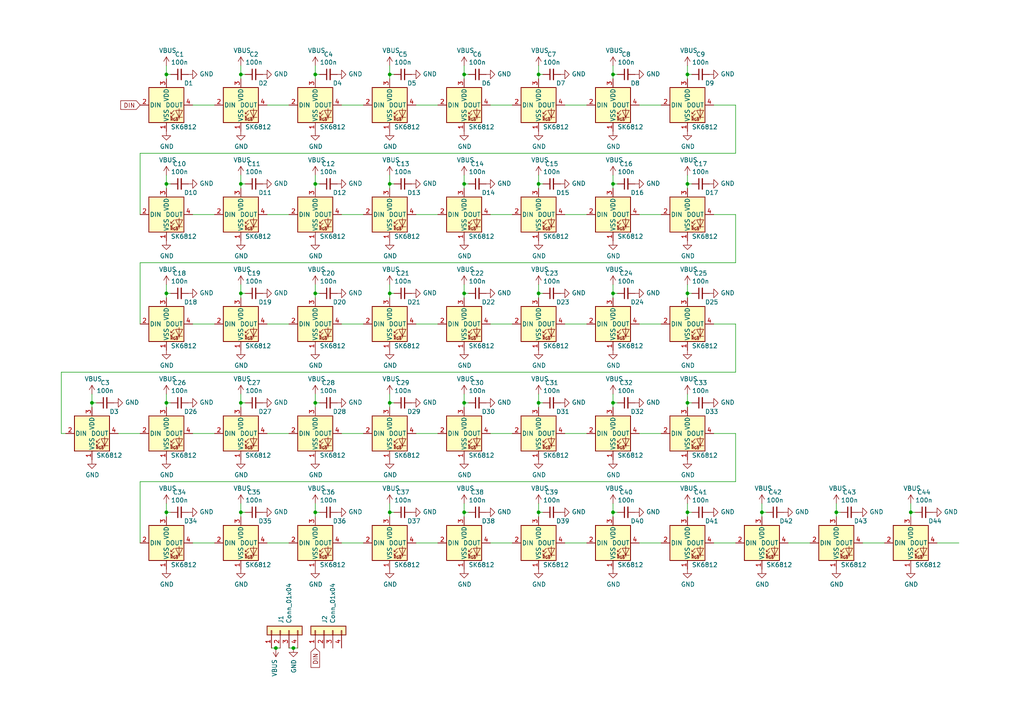
<source format=kicad_sch>
(kicad_sch (version 20211123) (generator eeschema)
  (paper "A4")
  (title_block (title "LÄMP LED Board") (date "2023-03-02") (rev "v1.0") (company "Jana Marie Hemsing"))
  (junction (at 177.8 53.34))
  (junction (at 199.39 53.34))
  (junction (at 91.44 53.34))
  (junction (at 113.03 148.59))
  (junction (at 134.62 21.59))
  (junction (at 69.85 148.59))
  (junction (at 177.8 85.09))
  (junction (at 48.26 116.84))
  (junction (at 134.62 85.09))
  (junction (at 177.8 148.59))
  (junction (at 156.21 53.34))
  (junction (at 91.44 85.09))
  (junction (at 113.03 21.59))
  (junction (at 134.62 148.59))
  (junction (at 91.44 21.59))
  (junction (at 69.85 21.59))
  (junction (at 48.26 53.34))
  (junction (at 69.85 53.34))
  (junction (at 199.39 85.09))
  (junction (at 113.03 53.34))
  (junction (at 48.26 21.59))
  (junction (at 69.85 116.84))
  (junction (at 199.39 116.84))
  (junction (at 177.8 116.84))
  (junction (at 91.44 148.59))
  (junction (at 199.39 148.59))
  (junction (at 156.21 21.59))
  (junction (at 156.21 116.84))
  (junction (at 113.03 85.09))
  (junction (at 242.57 148.59))
  (junction (at 26.67 116.84))
  (junction (at 177.8 21.59))
  (junction (at 48.26 148.59))
  (junction (at 156.21 148.59))
  (junction (at 199.39 21.59))
  (junction (at 80.01 187.96))
  (junction (at 113.03 116.84))
  (junction (at 48.26 85.09))
  (junction (at 220.98 148.59))
  (junction (at 156.21 85.09))
  (junction (at 134.62 116.84))
  (junction (at 134.62 53.34))
  (junction (at 91.44 116.84))
  (junction (at 85.09 187.96))
  (junction (at 69.85 85.09))
  (junction (at 264.16 148.59))
  (wire (pts (xy 48.26 19.05) (xy 48.26 21.59)))
  (wire (pts (xy 48.26 146.05) (xy 48.26 148.59)))
  (wire (pts (xy 55.88 93.98) (xy 62.23 93.98)))
  (wire (pts (xy 243.84 148.59) (xy 242.57 148.59)))
  (wire (pts (xy 163.83 62.23) (xy 170.18 62.23)))
  (wire (pts (xy 48.26 53.34) (xy 48.26 54.61)))
  (wire (pts (xy 220.98 146.05) (xy 220.98 148.59)))
  (wire (pts (xy 185.42 157.48) (xy 191.77 157.48)))
  (wire (pts (xy 135.89 53.34) (xy 134.62 53.34)))
  (wire (pts (xy 49.53 148.59) (xy 48.26 148.59)))
  (wire (pts (xy 91.44 53.34) (xy 91.44 54.61)))
  (wire (pts (xy 134.62 21.59) (xy 134.62 22.86)))
  (wire (pts (xy 207.01 157.48) (xy 213.36 157.48)))
  (wire (pts (xy 120.65 93.98) (xy 127 93.98)))
  (wire (pts (xy 71.12 21.59) (xy 69.85 21.59)))
  (wire (pts (xy 213.36 44.45) (xy 40.64 44.45)))
  (wire (pts (xy 55.88 157.48) (xy 62.23 157.48)))
  (wire (pts (xy 135.89 85.09) (xy 134.62 85.09)))
  (wire (pts (xy 69.85 53.34) (xy 69.85 54.61)))
  (wire (pts (xy 199.39 53.34) (xy 199.39 54.61)))
  (wire (pts (xy 200.66 148.59) (xy 199.39 148.59)))
  (wire (pts (xy 113.03 19.05) (xy 113.03 21.59)))
  (wire (pts (xy 200.66 21.59) (xy 199.39 21.59)))
  (wire (pts (xy 40.64 139.7) (xy 40.64 157.48)))
  (wire (pts (xy 91.44 82.55) (xy 91.44 85.09)))
  (wire (pts (xy 177.8 19.05) (xy 177.8 21.59)))
  (wire (pts (xy 69.85 116.84) (xy 69.85 118.11)))
  (wire (pts (xy 179.07 148.59) (xy 177.8 148.59)))
  (wire (pts (xy 34.29 125.73) (xy 40.64 125.73)))
  (wire (pts (xy 77.47 62.23) (xy 83.82 62.23)))
  (wire (pts (xy 134.62 53.34) (xy 134.62 54.61)))
  (wire (pts (xy 80.01 187.96) (xy 81.28 187.96)))
  (wire (pts (xy 200.66 116.84) (xy 199.39 116.84)))
  (wire (pts (xy 142.24 30.48) (xy 148.59 30.48)))
  (wire (pts (xy 179.07 85.09) (xy 177.8 85.09)))
  (wire (pts (xy 185.42 93.98) (xy 191.77 93.98)))
  (wire (pts (xy 179.07 21.59) (xy 177.8 21.59)))
  (wire (pts (xy 220.98 148.59) (xy 220.98 149.86)))
  (wire (pts (xy 157.48 85.09) (xy 156.21 85.09)))
  (wire (pts (xy 222.25 148.59) (xy 220.98 148.59)))
  (wire (pts (xy 157.48 116.84) (xy 156.21 116.84)))
  (wire (pts (xy 185.42 125.73) (xy 191.77 125.73)))
  (wire (pts (xy 77.47 125.73) (xy 83.82 125.73)))
  (wire (pts (xy 49.53 21.59) (xy 48.26 21.59)))
  (wire (pts (xy 213.36 44.45) (xy 213.36 30.48)))
  (wire (pts (xy 179.07 53.34) (xy 177.8 53.34)))
  (wire (pts (xy 48.26 21.59) (xy 48.26 22.86)))
  (wire (pts (xy 113.03 148.59) (xy 113.03 149.86)))
  (wire (pts (xy 157.48 21.59) (xy 156.21 21.59)))
  (wire (pts (xy 134.62 146.05) (xy 134.62 148.59)))
  (wire (pts (xy 99.06 125.73) (xy 105.41 125.73)))
  (wire (pts (xy 40.64 76.2) (xy 40.64 93.98)))
  (wire (pts (xy 17.78 107.95) (xy 213.36 107.95)))
  (wire (pts (xy 213.36 125.73) (xy 213.36 139.7)))
  (wire (pts (xy 185.42 30.48) (xy 191.77 30.48)))
  (wire (pts (xy 99.06 62.23) (xy 105.41 62.23)))
  (wire (pts (xy 48.26 116.84) (xy 48.26 118.11)))
  (wire (pts (xy 134.62 116.84) (xy 134.62 118.11)))
  (wire (pts (xy 91.44 146.05) (xy 91.44 148.59)))
  (wire (pts (xy 83.82 187.96) (xy 85.09 187.96)))
  (wire (pts (xy 71.12 116.84) (xy 69.85 116.84)))
  (wire (pts (xy 49.53 85.09) (xy 48.26 85.09)))
  (wire (pts (xy 85.09 187.96) (xy 86.36 187.96)))
  (wire (pts (xy 69.85 82.55) (xy 69.85 85.09)))
  (wire (pts (xy 114.3 21.59) (xy 113.03 21.59)))
  (wire (pts (xy 49.53 53.34) (xy 48.26 53.34)))
  (wire (pts (xy 77.47 157.48) (xy 83.82 157.48)))
  (wire (pts (xy 55.88 30.48) (xy 62.23 30.48)))
  (wire (pts (xy 199.39 146.05) (xy 199.39 148.59)))
  (wire (pts (xy 26.67 114.3) (xy 26.67 116.84)))
  (wire (pts (xy 142.24 62.23) (xy 148.59 62.23)))
  (wire (pts (xy 55.88 125.73) (xy 62.23 125.73)))
  (wire (pts (xy 69.85 114.3) (xy 69.85 116.84)))
  (wire (pts (xy 265.43 148.59) (xy 264.16 148.59)))
  (wire (pts (xy 177.8 146.05) (xy 177.8 148.59)))
  (wire (pts (xy 156.21 82.55) (xy 156.21 85.09)))
  (wire (pts (xy 134.62 82.55) (xy 134.62 85.09)))
  (wire (pts (xy 177.8 50.8) (xy 177.8 53.34)))
  (wire (pts (xy 27.94 116.84) (xy 26.67 116.84)))
  (wire (pts (xy 91.44 114.3) (xy 91.44 116.84)))
  (wire (pts (xy 157.48 148.59) (xy 156.21 148.59)))
  (wire (pts (xy 156.21 19.05) (xy 156.21 21.59)))
  (wire (pts (xy 264.16 146.05) (xy 264.16 148.59)))
  (wire (pts (xy 213.36 62.23) (xy 213.36 76.2)))
  (wire (pts (xy 156.21 53.34) (xy 156.21 54.61)))
  (wire (pts (xy 200.66 85.09) (xy 199.39 85.09)))
  (wire (pts (xy 91.44 50.8) (xy 91.44 53.34)))
  (wire (pts (xy 114.3 53.34) (xy 113.03 53.34)))
  (wire (pts (xy 199.39 50.8) (xy 199.39 53.34)))
  (wire (pts (xy 71.12 148.59) (xy 69.85 148.59)))
  (wire (pts (xy 185.42 62.23) (xy 191.77 62.23)))
  (wire (pts (xy 157.48 53.34) (xy 156.21 53.34)))
  (wire (pts (xy 69.85 50.8) (xy 69.85 53.34)))
  (wire (pts (xy 135.89 21.59) (xy 134.62 21.59)))
  (wire (pts (xy 71.12 85.09) (xy 69.85 85.09)))
  (wire (pts (xy 156.21 114.3) (xy 156.21 116.84)))
  (wire (pts (xy 120.65 157.48) (xy 127 157.48)))
  (wire (pts (xy 114.3 148.59) (xy 113.03 148.59)))
  (wire (pts (xy 92.71 85.09) (xy 91.44 85.09)))
  (wire (pts (xy 99.06 157.48) (xy 105.41 157.48)))
  (wire (pts (xy 113.03 114.3) (xy 113.03 116.84)))
  (wire (pts (xy 17.78 125.73) (xy 19.05 125.73)))
  (wire (pts (xy 113.03 50.8) (xy 113.03 53.34)))
  (wire (pts (xy 48.26 114.3) (xy 48.26 116.84)))
  (wire (pts (xy 250.19 157.48) (xy 256.54 157.48)))
  (wire (pts (xy 207.01 125.73) (xy 213.36 125.73)))
  (wire (pts (xy 48.26 82.55) (xy 48.26 85.09)))
  (wire (pts (xy 69.85 21.59) (xy 69.85 22.86)))
  (wire (pts (xy 177.8 21.59) (xy 177.8 22.86)))
  (wire (pts (xy 91.44 85.09) (xy 91.44 86.36)))
  (wire (pts (xy 114.3 85.09) (xy 113.03 85.09)))
  (wire (pts (xy 49.53 116.84) (xy 48.26 116.84)))
  (wire (pts (xy 163.83 157.48) (xy 170.18 157.48)))
  (wire (pts (xy 120.65 62.23) (xy 127 62.23)))
  (wire (pts (xy 177.8 53.34) (xy 177.8 54.61)))
  (wire (pts (xy 156.21 146.05) (xy 156.21 148.59)))
  (wire (pts (xy 156.21 148.59) (xy 156.21 149.86)))
  (wire (pts (xy 199.39 82.55) (xy 199.39 85.09)))
  (wire (pts (xy 113.03 82.55) (xy 113.03 85.09)))
  (wire (pts (xy 91.44 19.05) (xy 91.44 21.59)))
  (wire (pts (xy 199.39 114.3) (xy 199.39 116.84)))
  (wire (pts (xy 69.85 85.09) (xy 69.85 86.36)))
  (wire (pts (xy 199.39 85.09) (xy 199.39 86.36)))
  (wire (pts (xy 142.24 157.48) (xy 148.59 157.48)))
  (wire (pts (xy 242.57 148.59) (xy 242.57 149.86)))
  (wire (pts (xy 17.78 107.95) (xy 17.78 125.73)))
  (wire (pts (xy 113.03 116.84) (xy 113.03 118.11)))
  (wire (pts (xy 48.26 50.8) (xy 48.26 53.34)))
  (wire (pts (xy 92.71 21.59) (xy 91.44 21.59)))
  (wire (pts (xy 91.44 21.59) (xy 91.44 22.86)))
  (wire (pts (xy 213.36 93.98) (xy 213.36 107.95)))
  (wire (pts (xy 78.74 187.96) (xy 80.01 187.96)))
  (wire (pts (xy 199.39 116.84) (xy 199.39 118.11)))
  (wire (pts (xy 177.8 116.84) (xy 177.8 118.11)))
  (wire (pts (xy 48.26 148.59) (xy 48.26 149.86)))
  (wire (pts (xy 142.24 93.98) (xy 148.59 93.98)))
  (wire (pts (xy 48.26 85.09) (xy 48.26 86.36)))
  (wire (pts (xy 26.67 116.84) (xy 26.67 118.11)))
  (wire (pts (xy 271.78 157.48) (xy 278.13 157.48)))
  (wire (pts (xy 91.44 148.59) (xy 91.44 149.86)))
  (wire (pts (xy 134.62 50.8) (xy 134.62 53.34)))
  (wire (pts (xy 156.21 21.59) (xy 156.21 22.86)))
  (wire (pts (xy 156.21 116.84) (xy 156.21 118.11)))
  (wire (pts (xy 69.85 148.59) (xy 69.85 149.86)))
  (wire (pts (xy 207.01 62.23) (xy 213.36 62.23)))
  (wire (pts (xy 177.8 148.59) (xy 177.8 149.86)))
  (wire (pts (xy 135.89 148.59) (xy 134.62 148.59)))
  (wire (pts (xy 113.03 53.34) (xy 113.03 54.61)))
  (wire (pts (xy 69.85 19.05) (xy 69.85 21.59)))
  (wire (pts (xy 213.36 139.7) (xy 40.64 139.7)))
  (wire (pts (xy 91.44 116.84) (xy 91.44 118.11)))
  (wire (pts (xy 177.8 114.3) (xy 177.8 116.84)))
  (wire (pts (xy 179.07 116.84) (xy 177.8 116.84)))
  (wire (pts (xy 163.83 93.98) (xy 170.18 93.98)))
  (wire (pts (xy 156.21 50.8) (xy 156.21 53.34)))
  (wire (pts (xy 163.83 30.48) (xy 170.18 30.48)))
  (wire (pts (xy 142.24 125.73) (xy 148.59 125.73)))
  (wire (pts (xy 99.06 93.98) (xy 105.41 93.98)))
  (wire (pts (xy 213.36 76.2) (xy 40.64 76.2)))
  (wire (pts (xy 120.65 125.73) (xy 127 125.73)))
  (wire (pts (xy 199.39 19.05) (xy 199.39 21.59)))
  (wire (pts (xy 199.39 21.59) (xy 199.39 22.86)))
  (wire (pts (xy 134.62 148.59) (xy 134.62 149.86)))
  (wire (pts (xy 207.01 93.98) (xy 213.36 93.98)))
  (wire (pts (xy 77.47 30.48) (xy 83.82 30.48)))
  (wire (pts (xy 134.62 114.3) (xy 134.62 116.84)))
  (wire (pts (xy 92.71 116.84) (xy 91.44 116.84)))
  (wire (pts (xy 207.01 30.48) (xy 213.36 30.48)))
  (wire (pts (xy 69.85 146.05) (xy 69.85 148.59)))
  (wire (pts (xy 199.39 148.59) (xy 199.39 149.86)))
  (wire (pts (xy 77.47 93.98) (xy 83.82 93.98)))
  (wire (pts (xy 92.71 148.59) (xy 91.44 148.59)))
  (wire (pts (xy 200.66 53.34) (xy 199.39 53.34)))
  (wire (pts (xy 99.06 30.48) (xy 105.41 30.48)))
  (wire (pts (xy 135.89 116.84) (xy 134.62 116.84)))
  (wire (pts (xy 113.03 21.59) (xy 113.03 22.86)))
  (wire (pts (xy 120.65 30.48) (xy 127 30.48)))
  (wire (pts (xy 177.8 82.55) (xy 177.8 85.09)))
  (wire (pts (xy 71.12 53.34) (xy 69.85 53.34)))
  (wire (pts (xy 40.64 44.45) (xy 40.64 62.23)))
  (wire (pts (xy 55.88 62.23) (xy 62.23 62.23)))
  (wire (pts (xy 92.71 53.34) (xy 91.44 53.34)))
  (wire (pts (xy 163.83 125.73) (xy 170.18 125.73)))
  (wire (pts (xy 242.57 146.05) (xy 242.57 148.59)))
  (wire (pts (xy 264.16 148.59) (xy 264.16 149.86)))
  (wire (pts (xy 177.8 85.09) (xy 177.8 86.36)))
  (wire (pts (xy 134.62 85.09) (xy 134.62 86.36)))
  (wire (pts (xy 156.21 85.09) (xy 156.21 86.36)))
  (wire (pts (xy 113.03 85.09) (xy 113.03 86.36)))
  (wire (pts (xy 228.6 157.48) (xy 234.95 157.48)))
  (wire (pts (xy 114.3 116.84) (xy 113.03 116.84)))
  (wire (pts (xy 113.03 146.05) (xy 113.03 148.59)))
  (wire (pts (xy 134.62 19.05) (xy 134.62 21.59)))
  (global_label "DIN" (shape input) (at 40.64 30.48 180) (property "Intersheet References" "${INTERSHEET_REFS}" (effects hide)))
  (global_label "DIN" (shape input) (at 91.44 187.96 270) (property "Intersheet References" "${INTERSHEET_REFS}" (effects hide)))
  (symbol (lib_id "otter:GND") (at 85.09 187.96 0) (unit 1)
    (property "Reference" "#PWR069" (effects hide))
    (property "Value" "GND" (at 85.217 191.2112 90) (effects (justify right)))
  )
  (symbol (lib_id "power:VBUS") (at 80.01 187.96 180) (unit 1)
    (property "Reference" "#PWR068" (effects hide))
    (property "Value" "VBUS" (at 79.629 191.1858 90) (effects (justify left)))
  )
  (symbol (lib_id "LED:SK6812") (at 48.26 30.48 0) (unit 1)
    (property "Reference" "D1" (at 53.34 24.13 0) (effects (justify left)))
    (property "Value" "SK6812" (at 49.53 36.83 0) (effects (justify left)))
    (property "Footprint" "LED_SMD:LED_SK6812_PLCC4_5.0x5.0mm_P3.2mm" (effects hide))
    (property "Datasheet" "https://cdn-shop.adafruit.com/product-files/1138/SK6812+LED+datasheet+.pdf" (effects hide))
  )
  (symbol (lib_id "Device:C_Small") (at 52.07 21.59 90) (unit 1)
    (property "Reference" "C1" (at 52.07 15.7734 90))
    (property "Value" "100n" (at 52.07 18.0848 90))
    (property "Footprint" "otter:C_0402" (effects hide))
  )
  (symbol (lib_id "power:VBUS") (at 48.26 19.05 0) (unit 1)
    (property "Reference" "#PWR01" (effects hide))
    (property "Value" "VBUS" (at 48.641 14.6558 0))
  )
  (symbol (lib_id "otter:GND") (at 54.61 21.59 90) (unit 1)
    (property "Reference" "#PWR010" (effects hide))
    (property "Value" "GND" (at 57.8612 21.463 90) (effects (justify right)))
  )
  (symbol (lib_id "otter:GND") (at 48.26 38.1 0) (unit 1)
    (property "Reference" "#PWR019" (effects hide))
    (property "Value" "GND" (at 48.387 42.4942 0))
  )
  (symbol (lib_id "LED:SK6812") (at 69.85 30.48 0) (unit 1)
    (property "Reference" "D2" (at 74.93 24.13 0) (effects (justify left)))
    (property "Value" "SK6812" (at 71.12 36.83 0) (effects (justify left)))
    (property "Footprint" "LED_SMD:LED_SK6812_PLCC4_5.0x5.0mm_P3.2mm" (effects hide))
    (property "Datasheet" "https://cdn-shop.adafruit.com/product-files/1138/SK6812+LED+datasheet+.pdf" (effects hide))
  )
  (symbol (lib_id "Device:C_Small") (at 73.66 21.59 90) (unit 1)
    (property "Reference" "C2" (at 73.66 15.7734 90))
    (property "Value" "100n" (at 73.66 18.0848 90))
    (property "Footprint" "otter:C_0402" (effects hide))
  )
  (symbol (lib_id "power:VBUS") (at 69.85 19.05 0) (unit 1)
    (property "Reference" "#PWR02" (effects hide))
    (property "Value" "VBUS" (at 70.231 14.6558 0))
  )
  (symbol (lib_id "otter:GND") (at 76.2 21.59 90) (unit 1)
    (property "Reference" "#PWR011" (effects hide))
    (property "Value" "GND" (at 79.4512 21.463 90) (effects (justify right)))
  )
  (symbol (lib_id "otter:GND") (at 69.85 38.1 0) (unit 1)
    (property "Reference" "#PWR020" (effects hide))
    (property "Value" "GND" (at 69.977 42.4942 0))
  )
  (symbol (lib_id "LED:SK6812") (at 91.44 30.48 0) (unit 1)
    (property "Reference" "D4" (at 96.52 24.13 0) (effects (justify left)))
    (property "Value" "SK6812" (at 92.71 36.83 0) (effects (justify left)))
    (property "Footprint" "LED_SMD:LED_SK6812_PLCC4_5.0x5.0mm_P3.2mm" (effects hide))
    (property "Datasheet" "https://cdn-shop.adafruit.com/product-files/1138/SK6812+LED+datasheet+.pdf" (effects hide))
  )
  (symbol (lib_id "Device:C_Small") (at 95.25 21.59 90) (unit 1)
    (property "Reference" "C4" (at 95.25 15.7734 90))
    (property "Value" "100n" (at 95.25 18.0848 90))
    (property "Footprint" "otter:C_0402" (effects hide))
  )
  (symbol (lib_id "power:VBUS") (at 91.44 19.05 0) (unit 1)
    (property "Reference" "#PWR04" (effects hide))
    (property "Value" "VBUS" (at 91.821 14.6558 0))
  )
  (symbol (lib_id "otter:GND") (at 97.79 21.59 90) (unit 1)
    (property "Reference" "#PWR013" (effects hide))
    (property "Value" "GND" (at 101.0412 21.463 90) (effects (justify right)))
  )
  (symbol (lib_id "otter:GND") (at 91.44 38.1 0) (unit 1)
    (property "Reference" "#PWR022" (effects hide))
    (property "Value" "GND" (at 91.567 42.4942 0))
  )
  (symbol (lib_id "LED:SK6812") (at 113.03 30.48 0) (unit 1)
    (property "Reference" "D5" (at 118.11 24.13 0) (effects (justify left)))
    (property "Value" "SK6812" (at 114.3 36.83 0) (effects (justify left)))
    (property "Footprint" "LED_SMD:LED_SK6812_PLCC4_5.0x5.0mm_P3.2mm" (effects hide))
    (property "Datasheet" "https://cdn-shop.adafruit.com/product-files/1138/SK6812+LED+datasheet+.pdf" (effects hide))
  )
  (symbol (lib_id "Device:C_Small") (at 116.84 21.59 90) (unit 1)
    (property "Reference" "C5" (at 116.84 15.7734 90))
    (property "Value" "100n" (at 116.84 18.0848 90))
    (property "Footprint" "otter:C_0402" (effects hide))
  )
  (symbol (lib_id "power:VBUS") (at 113.03 19.05 0) (unit 1)
    (property "Reference" "#PWR05" (effects hide))
    (property "Value" "VBUS" (at 113.411 14.6558 0))
  )
  (symbol (lib_id "otter:GND") (at 119.38 21.59 90) (unit 1)
    (property "Reference" "#PWR014" (effects hide))
    (property "Value" "GND" (at 122.6312 21.463 90) (effects (justify right)))
  )
  (symbol (lib_id "otter:GND") (at 113.03 38.1 0) (unit 1)
    (property "Reference" "#PWR023" (effects hide))
    (property "Value" "GND" (at 113.157 42.4942 0))
  )
  (symbol (lib_id "LED:SK6812") (at 134.62 30.48 0) (unit 1)
    (property "Reference" "D6" (at 139.7 24.13 0) (effects (justify left)))
    (property "Value" "SK6812" (at 135.89 36.83 0) (effects (justify left)))
    (property "Footprint" "LED_SMD:LED_SK6812_PLCC4_5.0x5.0mm_P3.2mm" (effects hide))
    (property "Datasheet" "https://cdn-shop.adafruit.com/product-files/1138/SK6812+LED+datasheet+.pdf" (effects hide))
  )
  (symbol (lib_id "Device:C_Small") (at 138.43 21.59 90) (unit 1)
    (property "Reference" "C6" (at 138.43 15.7734 90))
    (property "Value" "100n" (at 138.43 18.0848 90))
    (property "Footprint" "otter:C_0402" (effects hide))
  )
  (symbol (lib_id "power:VBUS") (at 134.62 19.05 0) (unit 1)
    (property "Reference" "#PWR06" (effects hide))
    (property "Value" "VBUS" (at 135.001 14.6558 0))
  )
  (symbol (lib_id "otter:GND") (at 140.97 21.59 90) (unit 1)
    (property "Reference" "#PWR015" (effects hide))
    (property "Value" "GND" (at 144.2212 21.463 90) (effects (justify right)))
  )
  (symbol (lib_id "otter:GND") (at 134.62 38.1 0) (unit 1)
    (property "Reference" "#PWR024" (effects hide))
    (property "Value" "GND" (at 134.747 42.4942 0))
  )
  (symbol (lib_id "LED:SK6812") (at 156.21 30.48 0) (unit 1)
    (property "Reference" "D7" (at 161.29 24.13 0) (effects (justify left)))
    (property "Value" "SK6812" (at 157.48 36.83 0) (effects (justify left)))
    (property "Footprint" "LED_SMD:LED_SK6812_PLCC4_5.0x5.0mm_P3.2mm" (effects hide))
    (property "Datasheet" "https://cdn-shop.adafruit.com/product-files/1138/SK6812+LED+datasheet+.pdf" (effects hide))
  )
  (symbol (lib_id "Device:C_Small") (at 160.02 21.59 90) (unit 1)
    (property "Reference" "C7" (at 160.02 15.7734 90))
    (property "Value" "100n" (at 160.02 18.0848 90))
    (property "Footprint" "otter:C_0402" (effects hide))
  )
  (symbol (lib_id "power:VBUS") (at 156.21 19.05 0) (unit 1)
    (property "Reference" "#PWR07" (effects hide))
    (property "Value" "VBUS" (at 156.591 14.6558 0))
  )
  (symbol (lib_id "otter:GND") (at 162.56 21.59 90) (unit 1)
    (property "Reference" "#PWR016" (effects hide))
    (property "Value" "GND" (at 165.8112 21.463 90) (effects (justify right)))
  )
  (symbol (lib_id "otter:GND") (at 156.21 38.1 0) (unit 1)
    (property "Reference" "#PWR025" (effects hide))
    (property "Value" "GND" (at 156.337 42.4942 0))
  )
  (symbol (lib_id "LED:SK6812") (at 177.8 30.48 0) (unit 1)
    (property "Reference" "D8" (at 182.88 24.13 0) (effects (justify left)))
    (property "Value" "SK6812" (at 179.07 36.83 0) (effects (justify left)))
    (property "Footprint" "LED_SMD:LED_SK6812_PLCC4_5.0x5.0mm_P3.2mm" (effects hide))
    (property "Datasheet" "https://cdn-shop.adafruit.com/product-files/1138/SK6812+LED+datasheet+.pdf" (effects hide))
  )
  (symbol (lib_id "Device:C_Small") (at 181.61 21.59 90) (unit 1)
    (property "Reference" "C8" (at 181.61 15.7734 90))
    (property "Value" "100n" (at 181.61 18.0848 90))
    (property "Footprint" "otter:C_0402" (effects hide))
  )
  (symbol (lib_id "power:VBUS") (at 177.8 19.05 0) (unit 1)
    (property "Reference" "#PWR08" (effects hide))
    (property "Value" "VBUS" (at 178.181 14.6558 0))
  )
  (symbol (lib_id "otter:GND") (at 184.15 21.59 90) (unit 1)
    (property "Reference" "#PWR017" (effects hide))
    (property "Value" "GND" (at 187.4012 21.463 90) (effects (justify right)))
  )
  (symbol (lib_id "otter:GND") (at 177.8 38.1 0) (unit 1)
    (property "Reference" "#PWR026" (effects hide))
    (property "Value" "GND" (at 177.927 42.4942 0))
  )
  (symbol (lib_id "LED:SK6812") (at 199.39 30.48 0) (unit 1)
    (property "Reference" "D9" (at 204.47 24.13 0) (effects (justify left)))
    (property "Value" "SK6812" (at 200.66 36.83 0) (effects (justify left)))
    (property "Footprint" "LED_SMD:LED_SK6812_PLCC4_5.0x5.0mm_P3.2mm" (effects hide))
    (property "Datasheet" "https://cdn-shop.adafruit.com/product-files/1138/SK6812+LED+datasheet+.pdf" (effects hide))
  )
  (symbol (lib_id "Device:C_Small") (at 203.2 21.59 90) (unit 1)
    (property "Reference" "C9" (at 203.2 15.7734 90))
    (property "Value" "100n" (at 203.2 18.0848 90))
    (property "Footprint" "otter:C_0402" (effects hide))
  )
  (symbol (lib_id "power:VBUS") (at 199.39 19.05 0) (unit 1)
    (property "Reference" "#PWR09" (effects hide))
    (property "Value" "VBUS" (at 199.771 14.6558 0))
  )
  (symbol (lib_id "otter:GND") (at 205.74 21.59 90) (unit 1)
    (property "Reference" "#PWR018" (effects hide))
    (property "Value" "GND" (at 208.9912 21.463 90) (effects (justify right)))
  )
  (symbol (lib_id "otter:GND") (at 199.39 38.1 0) (unit 1)
    (property "Reference" "#PWR027" (effects hide))
    (property "Value" "GND" (at 199.517 42.4942 0))
  )
  (symbol (lib_id "LED:SK6812") (at 48.26 62.23 0) (unit 1)
    (property "Reference" "D10" (at 53.34 55.88 0) (effects (justify left)))
    (property "Value" "SK6812" (at 49.53 68.58 0) (effects (justify left)))
    (property "Footprint" "LED_SMD:LED_SK6812_PLCC4_5.0x5.0mm_P3.2mm" (effects hide))
    (property "Datasheet" "https://cdn-shop.adafruit.com/product-files/1138/SK6812+LED+datasheet+.pdf" (effects hide))
  )
  (symbol (lib_id "Device:C_Small") (at 52.07 53.34 90) (unit 1)
    (property "Reference" "C10" (at 52.07 47.5234 90))
    (property "Value" "100n" (at 52.07 49.8348 90))
    (property "Footprint" "otter:C_0402" (effects hide))
  )
  (symbol (lib_id "power:VBUS") (at 48.26 50.8 0) (unit 1)
    (property "Reference" "#PWR028" (effects hide))
    (property "Value" "VBUS" (at 48.641 46.4058 0))
  )
  (symbol (lib_id "otter:GND") (at 54.61 53.34 90) (unit 1)
    (property "Reference" "#PWR036" (effects hide))
    (property "Value" "GND" (at 57.8612 53.213 90) (effects (justify right)))
  )
  (symbol (lib_id "otter:GND") (at 48.26 69.85 0) (unit 1)
    (property "Reference" "#PWR044" (effects hide))
    (property "Value" "GND" (at 48.387 74.2442 0))
  )
  (symbol (lib_id "LED:SK6812") (at 69.85 62.23 0) (unit 1)
    (property "Reference" "D11" (at 74.93 55.88 0) (effects (justify left)))
    (property "Value" "SK6812" (at 71.12 68.58 0) (effects (justify left)))
    (property "Footprint" "LED_SMD:LED_SK6812_PLCC4_5.0x5.0mm_P3.2mm" (effects hide))
    (property "Datasheet" "https://cdn-shop.adafruit.com/product-files/1138/SK6812+LED+datasheet+.pdf" (effects hide))
  )
  (symbol (lib_id "Device:C_Small") (at 73.66 53.34 90) (unit 1)
    (property "Reference" "C11" (at 73.66 47.5234 90))
    (property "Value" "100n" (at 73.66 49.8348 90))
    (property "Footprint" "otter:C_0402" (effects hide))
  )
  (symbol (lib_id "power:VBUS") (at 69.85 50.8 0) (unit 1)
    (property "Reference" "#PWR029" (effects hide))
    (property "Value" "VBUS" (at 70.231 46.4058 0))
  )
  (symbol (lib_id "otter:GND") (at 76.2 53.34 90) (unit 1)
    (property "Reference" "#PWR037" (effects hide))
    (property "Value" "GND" (at 79.4512 53.213 90) (effects (justify right)))
  )
  (symbol (lib_id "otter:GND") (at 69.85 69.85 0) (unit 1)
    (property "Reference" "#PWR045" (effects hide))
    (property "Value" "GND" (at 69.977 74.2442 0))
  )
  (symbol (lib_id "LED:SK6812") (at 91.44 62.23 0) (unit 1)
    (property "Reference" "D12" (at 96.52 55.88 0) (effects (justify left)))
    (property "Value" "SK6812" (at 92.71 68.58 0) (effects (justify left)))
    (property "Footprint" "LED_SMD:LED_SK6812_PLCC4_5.0x5.0mm_P3.2mm" (effects hide))
    (property "Datasheet" "https://cdn-shop.adafruit.com/product-files/1138/SK6812+LED+datasheet+.pdf" (effects hide))
  )
  (symbol (lib_id "Device:C_Small") (at 95.25 53.34 90) (unit 1)
    (property "Reference" "C12" (at 95.25 47.5234 90))
    (property "Value" "100n" (at 95.25 49.8348 90))
    (property "Footprint" "otter:C_0402" (effects hide))
  )
  (symbol (lib_id "power:VBUS") (at 91.44 50.8 0) (unit 1)
    (property "Reference" "#PWR030" (effects hide))
    (property "Value" "VBUS" (at 91.821 46.4058 0))
  )
  (symbol (lib_id "otter:GND") (at 97.79 53.34 90) (unit 1)
    (property "Reference" "#PWR038" (effects hide))
    (property "Value" "GND" (at 101.0412 53.213 90) (effects (justify right)))
  )
  (symbol (lib_id "otter:GND") (at 91.44 69.85 0) (unit 1)
    (property "Reference" "#PWR046" (effects hide))
    (property "Value" "GND" (at 91.567 74.2442 0))
  )
  (symbol (lib_id "LED:SK6812") (at 113.03 62.23 0) (unit 1)
    (property "Reference" "D13" (at 118.11 55.88 0) (effects (justify left)))
    (property "Value" "SK6812" (at 114.3 68.58 0) (effects (justify left)))
    (property "Footprint" "LED_SMD:LED_SK6812_PLCC4_5.0x5.0mm_P3.2mm" (effects hide))
    (property "Datasheet" "https://cdn-shop.adafruit.com/product-files/1138/SK6812+LED+datasheet+.pdf" (effects hide))
  )
  (symbol (lib_id "Device:C_Small") (at 116.84 53.34 90) (unit 1)
    (property "Reference" "C13" (at 116.84 47.5234 90))
    (property "Value" "100n" (at 116.84 49.8348 90))
    (property "Footprint" "otter:C_0402" (effects hide))
  )
  (symbol (lib_id "power:VBUS") (at 113.03 50.8 0) (unit 1)
    (property "Reference" "#PWR031" (effects hide))
    (property "Value" "VBUS" (at 113.411 46.4058 0))
  )
  (symbol (lib_id "otter:GND") (at 119.38 53.34 90) (unit 1)
    (property "Reference" "#PWR039" (effects hide))
    (property "Value" "GND" (at 122.6312 53.213 90) (effects (justify right)))
  )
  (symbol (lib_id "otter:GND") (at 113.03 69.85 0) (unit 1)
    (property "Reference" "#PWR047" (effects hide))
    (property "Value" "GND" (at 113.157 74.2442 0))
  )
  (symbol (lib_id "LED:SK6812") (at 134.62 62.23 0) (unit 1)
    (property "Reference" "D14" (at 139.7 55.88 0) (effects (justify left)))
    (property "Value" "SK6812" (at 135.89 68.58 0) (effects (justify left)))
    (property "Footprint" "LED_SMD:LED_SK6812_PLCC4_5.0x5.0mm_P3.2mm" (effects hide))
    (property "Datasheet" "https://cdn-shop.adafruit.com/product-files/1138/SK6812+LED+datasheet+.pdf" (effects hide))
  )
  (symbol (lib_id "Device:C_Small") (at 138.43 53.34 90) (unit 1)
    (property "Reference" "C14" (at 138.43 47.5234 90))
    (property "Value" "100n" (at 138.43 49.8348 90))
    (property "Footprint" "otter:C_0402" (effects hide))
  )
  (symbol (lib_id "power:VBUS") (at 134.62 50.8 0) (unit 1)
    (property "Reference" "#PWR032" (effects hide))
    (property "Value" "VBUS" (at 135.001 46.4058 0))
  )
  (symbol (lib_id "otter:GND") (at 140.97 53.34 90) (unit 1)
    (property "Reference" "#PWR040" (effects hide))
    (property "Value" "GND" (at 144.2212 53.213 90) (effects (justify right)))
  )
  (symbol (lib_id "otter:GND") (at 134.62 69.85 0) (unit 1)
    (property "Reference" "#PWR048" (effects hide))
    (property "Value" "GND" (at 134.747 74.2442 0))
  )
  (symbol (lib_id "LED:SK6812") (at 156.21 62.23 0) (unit 1)
    (property "Reference" "D15" (at 161.29 55.88 0) (effects (justify left)))
    (property "Value" "SK6812" (at 157.48 68.58 0) (effects (justify left)))
    (property "Footprint" "LED_SMD:LED_SK6812_PLCC4_5.0x5.0mm_P3.2mm" (effects hide))
    (property "Datasheet" "https://cdn-shop.adafruit.com/product-files/1138/SK6812+LED+datasheet+.pdf" (effects hide))
  )
  (symbol (lib_id "Device:C_Small") (at 160.02 53.34 90) (unit 1)
    (property "Reference" "C15" (at 160.02 47.5234 90))
    (property "Value" "100n" (at 160.02 49.8348 90))
    (property "Footprint" "otter:C_0402" (effects hide))
  )
  (symbol (lib_id "power:VBUS") (at 156.21 50.8 0) (unit 1)
    (property "Reference" "#PWR033" (effects hide))
    (property "Value" "VBUS" (at 156.591 46.4058 0))
  )
  (symbol (lib_id "otter:GND") (at 162.56 53.34 90) (unit 1)
    (property "Reference" "#PWR041" (effects hide))
    (property "Value" "GND" (at 165.8112 53.213 90) (effects (justify right)))
  )
  (symbol (lib_id "otter:GND") (at 156.21 69.85 0) (unit 1)
    (property "Reference" "#PWR049" (effects hide))
    (property "Value" "GND" (at 156.337 74.2442 0))
  )
  (symbol (lib_id "LED:SK6812") (at 177.8 62.23 0) (unit 1)
    (property "Reference" "D16" (at 182.88 55.88 0) (effects (justify left)))
    (property "Value" "SK6812" (at 179.07 68.58 0) (effects (justify left)))
    (property "Footprint" "LED_SMD:LED_SK6812_PLCC4_5.0x5.0mm_P3.2mm" (effects hide))
    (property "Datasheet" "https://cdn-shop.adafruit.com/product-files/1138/SK6812+LED+datasheet+.pdf" (effects hide))
  )
  (symbol (lib_id "Device:C_Small") (at 181.61 53.34 90) (unit 1)
    (property "Reference" "C16" (at 181.61 47.5234 90))
    (property "Value" "100n" (at 181.61 49.8348 90))
    (property "Footprint" "otter:C_0402" (effects hide))
  )
  (symbol (lib_id "power:VBUS") (at 177.8 50.8 0) (unit 1)
    (property "Reference" "#PWR034" (effects hide))
    (property "Value" "VBUS" (at 178.181 46.4058 0))
  )
  (symbol (lib_id "otter:GND") (at 184.15 53.34 90) (unit 1)
    (property "Reference" "#PWR042" (effects hide))
    (property "Value" "GND" (at 187.4012 53.213 90) (effects (justify right)))
  )
  (symbol (lib_id "otter:GND") (at 177.8 69.85 0) (unit 1)
    (property "Reference" "#PWR050" (effects hide))
    (property "Value" "GND" (at 177.927 74.2442 0))
  )
  (symbol (lib_id "LED:SK6812") (at 199.39 62.23 0) (unit 1)
    (property "Reference" "D17" (at 204.47 55.88 0) (effects (justify left)))
    (property "Value" "SK6812" (at 200.66 68.58 0) (effects (justify left)))
    (property "Footprint" "LED_SMD:LED_SK6812_PLCC4_5.0x5.0mm_P3.2mm" (effects hide))
    (property "Datasheet" "https://cdn-shop.adafruit.com/product-files/1138/SK6812+LED+datasheet+.pdf" (effects hide))
  )
  (symbol (lib_id "Device:C_Small") (at 203.2 53.34 90) (unit 1)
    (property "Reference" "C17" (at 203.2 47.5234 90))
    (property "Value" "100n" (at 203.2 49.8348 90))
    (property "Footprint" "otter:C_0402" (effects hide))
  )
  (symbol (lib_id "power:VBUS") (at 199.39 50.8 0) (unit 1)
    (property "Reference" "#PWR035" (effects hide))
    (property "Value" "VBUS" (at 199.771 46.4058 0))
  )
  (symbol (lib_id "otter:GND") (at 205.74 53.34 90) (unit 1)
    (property "Reference" "#PWR043" (effects hide))
    (property "Value" "GND" (at 208.9912 53.213 90) (effects (justify right)))
  )
  (symbol (lib_id "otter:GND") (at 199.39 69.85 0) (unit 1)
    (property "Reference" "#PWR051" (effects hide))
    (property "Value" "GND" (at 199.517 74.2442 0))
  )
  (symbol (lib_id "LED:SK6812") (at 48.26 93.98 0) (unit 1)
    (property "Reference" "D18" (at 53.34 87.63 0) (effects (justify left)))
    (property "Value" "SK6812" (at 49.53 100.33 0) (effects (justify left)))
    (property "Footprint" "LED_SMD:LED_SK6812_PLCC4_5.0x5.0mm_P3.2mm" (effects hide))
    (property "Datasheet" "https://cdn-shop.adafruit.com/product-files/1138/SK6812+LED+datasheet+.pdf" (effects hide))
  )
  (symbol (lib_id "Device:C_Small") (at 52.07 85.09 90) (unit 1)
    (property "Reference" "C18" (at 52.07 79.2734 90))
    (property "Value" "100n" (at 52.07 81.5848 90))
    (property "Footprint" "otter:C_0402" (effects hide))
  )
  (symbol (lib_id "power:VBUS") (at 48.26 82.55 0) (unit 1)
    (property "Reference" "#PWR052" (effects hide))
    (property "Value" "VBUS" (at 48.641 78.1558 0))
  )
  (symbol (lib_id "otter:GND") (at 54.61 85.09 90) (unit 1)
    (property "Reference" "#PWR060" (effects hide))
    (property "Value" "GND" (at 57.8612 84.963 90) (effects (justify right)))
  )
  (symbol (lib_id "otter:GND") (at 48.26 101.6 0) (unit 1)
    (property "Reference" "#PWR070" (effects hide))
    (property "Value" "GND" (at 48.387 105.9942 0))
  )
  (symbol (lib_id "LED:SK6812") (at 69.85 93.98 0) (unit 1)
    (property "Reference" "D19" (at 74.93 87.63 0) (effects (justify left)))
    (property "Value" "SK6812" (at 71.12 100.33 0) (effects (justify left)))
    (property "Footprint" "LED_SMD:LED_SK6812_PLCC4_5.0x5.0mm_P3.2mm" (effects hide))
    (property "Datasheet" "https://cdn-shop.adafruit.com/product-files/1138/SK6812+LED+datasheet+.pdf" (effects hide))
  )
  (symbol (lib_id "Device:C_Small") (at 73.66 85.09 90) (unit 1)
    (property "Reference" "C19" (at 73.66 79.2734 90))
    (property "Value" "100n" (at 73.66 81.5848 90))
    (property "Footprint" "otter:C_0402" (effects hide))
  )
  (symbol (lib_id "power:VBUS") (at 69.85 82.55 0) (unit 1)
    (property "Reference" "#PWR053" (effects hide))
    (property "Value" "VBUS" (at 70.231 78.1558 0))
  )
  (symbol (lib_id "otter:GND") (at 76.2 85.09 90) (unit 1)
    (property "Reference" "#PWR061" (effects hide))
    (property "Value" "GND" (at 79.4512 84.963 90) (effects (justify right)))
  )
  (symbol (lib_id "otter:GND") (at 69.85 101.6 0) (unit 1)
    (property "Reference" "#PWR071" (effects hide))
    (property "Value" "GND" (at 69.977 105.9942 0))
  )
  (symbol (lib_id "LED:SK6812") (at 91.44 93.98 0) (unit 1)
    (property "Reference" "D20" (at 96.52 87.63 0) (effects (justify left)))
    (property "Value" "SK6812" (at 92.71 100.33 0) (effects (justify left)))
    (property "Footprint" "LED_SMD:LED_SK6812_PLCC4_5.0x5.0mm_P3.2mm" (effects hide))
    (property "Datasheet" "https://cdn-shop.adafruit.com/product-files/1138/SK6812+LED+datasheet+.pdf" (effects hide))
  )
  (symbol (lib_id "Device:C_Small") (at 95.25 85.09 90) (unit 1)
    (property "Reference" "C20" (at 95.25 79.2734 90))
    (property "Value" "100n" (at 95.25 81.5848 90))
    (property "Footprint" "otter:C_0402" (effects hide))
  )
  (symbol (lib_id "power:VBUS") (at 91.44 82.55 0) (unit 1)
    (property "Reference" "#PWR054" (effects hide))
    (property "Value" "VBUS" (at 91.821 78.1558 0))
  )
  (symbol (lib_id "otter:GND") (at 97.79 85.09 90) (unit 1)
    (property "Reference" "#PWR062" (effects hide))
    (property "Value" "GND" (at 101.0412 84.963 90) (effects (justify right)))
  )
  (symbol (lib_id "otter:GND") (at 91.44 101.6 0) (unit 1)
    (property "Reference" "#PWR072" (effects hide))
    (property "Value" "GND" (at 91.567 105.9942 0))
  )
  (symbol (lib_id "LED:SK6812") (at 113.03 93.98 0) (unit 1)
    (property "Reference" "D21" (at 118.11 87.63 0) (effects (justify left)))
    (property "Value" "SK6812" (at 114.3 100.33 0) (effects (justify left)))
    (property "Footprint" "LED_SMD:LED_SK6812_PLCC4_5.0x5.0mm_P3.2mm" (effects hide))
    (property "Datasheet" "https://cdn-shop.adafruit.com/product-files/1138/SK6812+LED+datasheet+.pdf" (effects hide))
  )
  (symbol (lib_id "Device:C_Small") (at 116.84 85.09 90) (unit 1)
    (property "Reference" "C21" (at 116.84 79.2734 90))
    (property "Value" "100n" (at 116.84 81.5848 90))
    (property "Footprint" "otter:C_0402" (effects hide))
  )
  (symbol (lib_id "power:VBUS") (at 113.03 82.55 0) (unit 1)
    (property "Reference" "#PWR055" (effects hide))
    (property "Value" "VBUS" (at 113.411 78.1558 0))
  )
  (symbol (lib_id "otter:GND") (at 119.38 85.09 90) (unit 1)
    (property "Reference" "#PWR063" (effects hide))
    (property "Value" "GND" (at 122.6312 84.963 90) (effects (justify right)))
  )
  (symbol (lib_id "otter:GND") (at 113.03 101.6 0) (unit 1)
    (property "Reference" "#PWR073" (effects hide))
    (property "Value" "GND" (at 113.157 105.9942 0))
  )
  (symbol (lib_id "LED:SK6812") (at 134.62 93.98 0) (unit 1)
    (property "Reference" "D22" (at 139.7 87.63 0) (effects (justify left)))
    (property "Value" "SK6812" (at 135.89 100.33 0) (effects (justify left)))
    (property "Footprint" "LED_SMD:LED_SK6812_PLCC4_5.0x5.0mm_P3.2mm" (effects hide))
    (property "Datasheet" "https://cdn-shop.adafruit.com/product-files/1138/SK6812+LED+datasheet+.pdf" (effects hide))
  )
  (symbol (lib_id "Device:C_Small") (at 138.43 85.09 90) (unit 1)
    (property "Reference" "C22" (at 138.43 79.2734 90))
    (property "Value" "100n" (at 138.43 81.5848 90))
    (property "Footprint" "otter:C_0402" (effects hide))
  )
  (symbol (lib_id "power:VBUS") (at 134.62 82.55 0) (unit 1)
    (property "Reference" "#PWR056" (effects hide))
    (property "Value" "VBUS" (at 135.001 78.1558 0))
  )
  (symbol (lib_id "otter:GND") (at 140.97 85.09 90) (unit 1)
    (property "Reference" "#PWR064" (effects hide))
    (property "Value" "GND" (at 144.2212 84.963 90) (effects (justify right)))
  )
  (symbol (lib_id "otter:GND") (at 134.62 101.6 0) (unit 1)
    (property "Reference" "#PWR074" (effects hide))
    (property "Value" "GND" (at 134.747 105.9942 0))
  )
  (symbol (lib_id "LED:SK6812") (at 156.21 93.98 0) (unit 1)
    (property "Reference" "D23" (at 161.29 87.63 0) (effects (justify left)))
    (property "Value" "SK6812" (at 157.48 100.33 0) (effects (justify left)))
    (property "Footprint" "LED_SMD:LED_SK6812_PLCC4_5.0x5.0mm_P3.2mm" (effects hide))
    (property "Datasheet" "https://cdn-shop.adafruit.com/product-files/1138/SK6812+LED+datasheet+.pdf" (effects hide))
  )
  (symbol (lib_id "Device:C_Small") (at 160.02 85.09 90) (unit 1)
    (property "Reference" "C23" (at 160.02 79.2734 90))
    (property "Value" "100n" (at 160.02 81.5848 90))
    (property "Footprint" "otter:C_0402" (effects hide))
  )
  (symbol (lib_id "power:VBUS") (at 156.21 82.55 0) (unit 1)
    (property "Reference" "#PWR057" (effects hide))
    (property "Value" "VBUS" (at 156.591 78.1558 0))
  )
  (symbol (lib_id "otter:GND") (at 162.56 85.09 90) (unit 1)
    (property "Reference" "#PWR065" (effects hide))
    (property "Value" "GND" (at 165.8112 84.963 90) (effects (justify right)))
  )
  (symbol (lib_id "otter:GND") (at 156.21 101.6 0) (unit 1)
    (property "Reference" "#PWR075" (effects hide))
    (property "Value" "GND" (at 156.337 105.9942 0))
  )
  (symbol (lib_id "LED:SK6812") (at 177.8 93.98 0) (unit 1)
    (property "Reference" "D24" (at 182.88 87.63 0) (effects (justify left)))
    (property "Value" "SK6812" (at 179.07 100.33 0) (effects (justify left)))
    (property "Footprint" "LED_SMD:LED_SK6812_PLCC4_5.0x5.0mm_P3.2mm" (effects hide))
    (property "Datasheet" "https://cdn-shop.adafruit.com/product-files/1138/SK6812+LED+datasheet+.pdf" (effects hide))
  )
  (symbol (lib_id "Device:C_Small") (at 181.61 85.09 90) (unit 1)
    (property "Reference" "C24" (at 181.61 79.2734 90))
    (property "Value" "100n" (at 181.61 81.5848 90))
    (property "Footprint" "otter:C_0402" (effects hide))
  )
  (symbol (lib_id "power:VBUS") (at 177.8 82.55 0) (unit 1)
    (property "Reference" "#PWR058" (effects hide))
    (property "Value" "VBUS" (at 178.181 78.1558 0))
  )
  (symbol (lib_id "otter:GND") (at 184.15 85.09 90) (unit 1)
    (property "Reference" "#PWR066" (effects hide))
    (property "Value" "GND" (at 187.4012 84.963 90) (effects (justify right)))
  )
  (symbol (lib_id "otter:GND") (at 177.8 101.6 0) (unit 1)
    (property "Reference" "#PWR076" (effects hide))
    (property "Value" "GND" (at 177.927 105.9942 0))
  )
  (symbol (lib_id "LED:SK6812") (at 199.39 93.98 0) (unit 1)
    (property "Reference" "D25" (at 204.47 87.63 0) (effects (justify left)))
    (property "Value" "SK6812" (at 200.66 100.33 0) (effects (justify left)))
    (property "Footprint" "LED_SMD:LED_SK6812_PLCC4_5.0x5.0mm_P3.2mm" (effects hide))
    (property "Datasheet" "https://cdn-shop.adafruit.com/product-files/1138/SK6812+LED+datasheet+.pdf" (effects hide))
  )
  (symbol (lib_id "Device:C_Small") (at 203.2 85.09 90) (unit 1)
    (property "Reference" "C25" (at 203.2 79.2734 90))
    (property "Value" "100n" (at 203.2 81.5848 90))
    (property "Footprint" "otter:C_0402" (effects hide))
  )
  (symbol (lib_id "power:VBUS") (at 199.39 82.55 0) (unit 1)
    (property "Reference" "#PWR059" (effects hide))
    (property "Value" "VBUS" (at 199.771 78.1558 0))
  )
  (symbol (lib_id "otter:GND") (at 205.74 85.09 90) (unit 1)
    (property "Reference" "#PWR067" (effects hide))
    (property "Value" "GND" (at 208.9912 84.963 90) (effects (justify right)))
  )
  (symbol (lib_id "otter:GND") (at 199.39 101.6 0) (unit 1)
    (property "Reference" "#PWR077" (effects hide))
    (property "Value" "GND" (at 199.517 105.9942 0))
  )
  (symbol (lib_id "LED:SK6812") (at 26.67 125.73 0) (unit 1)
    (property "Reference" "D3" (at 31.75 119.38 0) (effects (justify left)))
    (property "Value" "SK6812" (at 27.94 132.08 0) (effects (justify left)))
    (property "Footprint" "LED_SMD:LED_SK6812_PLCC4_5.0x5.0mm_P3.2mm" (effects hide))
    (property "Datasheet" "https://cdn-shop.adafruit.com/product-files/1138/SK6812+LED+datasheet+.pdf" (effects hide))
  )
  (symbol (lib_id "Device:C_Small") (at 30.48 116.84 90) (unit 1)
    (property "Reference" "C3" (at 30.48 111.0234 90))
    (property "Value" "100n" (at 30.48 113.3348 90))
    (property "Footprint" "otter:C_0402" (effects hide))
  )
  (symbol (lib_id "power:VBUS") (at 26.67 114.3 0) (unit 1)
    (property "Reference" "#PWR03" (effects hide))
    (property "Value" "VBUS" (at 27.051 109.9058 0))
  )
  (symbol (lib_id "otter:GND") (at 33.02 116.84 90) (unit 1)
    (property "Reference" "#PWR012" (effects hide))
    (property "Value" "GND" (at 36.2712 116.713 90) (effects (justify right)))
  )
  (symbol (lib_id "otter:GND") (at 26.67 133.35 0) (unit 1)
    (property "Reference" "#PWR021" (effects hide))
    (property "Value" "GND" (at 26.797 137.7442 0))
  )
  (symbol (lib_id "LED:SK6812") (at 220.98 157.48 0) (unit 1)
    (property "Reference" "D42" (at 226.06 151.13 0) (effects (justify left)))
    (property "Value" "SK6812" (at 222.25 163.83 0) (effects (justify left)))
    (property "Footprint" "LED_SMD:LED_SK6812_PLCC4_5.0x5.0mm_P3.2mm" (effects hide))
    (property "Datasheet" "https://cdn-shop.adafruit.com/product-files/1138/SK6812+LED+datasheet+.pdf" (effects hide))
  )
  (symbol (lib_id "Device:C_Small") (at 224.79 148.59 90) (unit 1)
    (property "Reference" "C42" (at 224.79 142.7734 90))
    (property "Value" "100n" (at 224.79 145.0848 90))
    (property "Footprint" "otter:C_0402" (effects hide))
  )
  (symbol (lib_id "power:VBUS") (at 220.98 146.05 0) (unit 1)
    (property "Reference" "#PWR0110" (effects hide))
    (property "Value" "VBUS" (at 221.361 141.6558 0))
  )
  (symbol (lib_id "otter:GND") (at 227.33 148.59 90) (unit 1)
    (property "Reference" "#PWR0121" (effects hide))
    (property "Value" "GND" (at 230.5812 148.463 90) (effects (justify right)))
  )
  (symbol (lib_id "otter:GND") (at 220.98 165.1 0) (unit 1)
    (property "Reference" "#PWR0132" (effects hide))
    (property "Value" "GND" (at 221.107 169.4942 0))
  )
  (symbol (lib_id "LED:SK6812") (at 242.57 157.48 0) (unit 1)
    (property "Reference" "D43" (at 247.65 151.13 0) (effects (justify left)))
    (property "Value" "SK6812" (at 243.84 163.83 0) (effects (justify left)))
    (property "Footprint" "LED_SMD:LED_SK6812_PLCC4_5.0x5.0mm_P3.2mm" (effects hide))
    (property "Datasheet" "https://cdn-shop.adafruit.com/product-files/1138/SK6812+LED+datasheet+.pdf" (effects hide))
  )
  (symbol (lib_id "Device:C_Small") (at 246.38 148.59 90) (unit 1)
    (property "Reference" "C43" (at 246.38 142.7734 90))
    (property "Value" "100n" (at 246.38 145.0848 90))
    (property "Footprint" "otter:C_0402" (effects hide))
  )
  (symbol (lib_id "power:VBUS") (at 242.57 146.05 0) (unit 1)
    (property "Reference" "#PWR0111" (effects hide))
    (property "Value" "VBUS" (at 242.951 141.6558 0))
  )
  (symbol (lib_id "otter:GND") (at 248.92 148.59 90) (unit 1)
    (property "Reference" "#PWR0122" (effects hide))
    (property "Value" "GND" (at 252.1712 148.463 90) (effects (justify right)))
  )
  (symbol (lib_id "otter:GND") (at 242.57 165.1 0) (unit 1)
    (property "Reference" "#PWR0133" (effects hide))
    (property "Value" "GND" (at 242.697 169.4942 0))
  )
  (symbol (lib_id "LED:SK6812") (at 264.16 157.48 0) (unit 1)
    (property "Reference" "D44" (at 269.24 151.13 0) (effects (justify left)))
    (property "Value" "SK6812" (at 265.43 163.83 0) (effects (justify left)))
    (property "Footprint" "LED_SMD:LED_SK6812_PLCC4_5.0x5.0mm_P3.2mm" (effects hide))
    (property "Datasheet" "https://cdn-shop.adafruit.com/product-files/1138/SK6812+LED+datasheet+.pdf" (effects hide))
  )
  (symbol (lib_id "Device:C_Small") (at 267.97 148.59 90) (unit 1)
    (property "Reference" "C44" (at 267.97 142.7734 90))
    (property "Value" "100n" (at 267.97 145.0848 90))
    (property "Footprint" "otter:C_0402" (effects hide))
  )
  (symbol (lib_id "power:VBUS") (at 264.16 146.05 0) (unit 1)
    (property "Reference" "#PWR0112" (effects hide))
    (property "Value" "VBUS" (at 264.541 141.6558 0))
  )
  (symbol (lib_id "otter:GND") (at 270.51 148.59 90) (unit 1)
    (property "Reference" "#PWR0123" (effects hide))
    (property "Value" "GND" (at 273.7612 148.463 90) (effects (justify right)))
  )
  (symbol (lib_id "otter:GND") (at 264.16 165.1 0) (unit 1)
    (property "Reference" "#PWR0134" (effects hide))
    (property "Value" "GND" (at 264.287 169.4942 0))
  )
  (symbol (lib_id "LED:SK6812") (at 48.26 125.73 0) (unit 1)
    (property "Reference" "D26" (at 53.34 119.38 0) (effects (justify left)))
    (property "Value" "SK6812" (at 49.53 132.08 0) (effects (justify left)))
    (property "Footprint" "LED_SMD:LED_SK6812_PLCC4_5.0x5.0mm_P3.2mm" (effects hide))
    (property "Datasheet" "https://cdn-shop.adafruit.com/product-files/1138/SK6812+LED+datasheet+.pdf" (effects hide))
  )
  (symbol (lib_id "Device:C_Small") (at 52.07 116.84 90) (unit 1)
    (property "Reference" "C26" (at 52.07 111.0234 90))
    (property "Value" "100n" (at 52.07 113.3348 90))
    (property "Footprint" "otter:C_0402" (effects hide))
  )
  (symbol (lib_id "power:VBUS") (at 48.26 114.3 0) (unit 1)
    (property "Reference" "#PWR078" (effects hide))
    (property "Value" "VBUS" (at 48.641 109.9058 0))
  )
  (symbol (lib_id "otter:GND") (at 54.61 116.84 90) (unit 1)
    (property "Reference" "#PWR086" (effects hide))
    (property "Value" "GND" (at 57.8612 116.713 90) (effects (justify right)))
  )
  (symbol (lib_id "otter:GND") (at 48.26 133.35 0) (unit 1)
    (property "Reference" "#PWR094" (effects hide))
    (property "Value" "GND" (at 48.387 137.7442 0))
  )
  (symbol (lib_id "LED:SK6812") (at 69.85 125.73 0) (unit 1)
    (property "Reference" "D27" (at 74.93 119.38 0) (effects (justify left)))
    (property "Value" "SK6812" (at 71.12 132.08 0) (effects (justify left)))
    (property "Footprint" "LED_SMD:LED_SK6812_PLCC4_5.0x5.0mm_P3.2mm" (effects hide))
    (property "Datasheet" "https://cdn-shop.adafruit.com/product-files/1138/SK6812+LED+datasheet+.pdf" (effects hide))
  )
  (symbol (lib_id "Device:C_Small") (at 73.66 116.84 90) (unit 1)
    (property "Reference" "C27" (at 73.66 111.0234 90))
    (property "Value" "100n" (at 73.66 113.3348 90))
    (property "Footprint" "otter:C_0402" (effects hide))
  )
  (symbol (lib_id "power:VBUS") (at 69.85 114.3 0) (unit 1)
    (property "Reference" "#PWR079" (effects hide))
    (property "Value" "VBUS" (at 70.231 109.9058 0))
  )
  (symbol (lib_id "otter:GND") (at 76.2 116.84 90) (unit 1)
    (property "Reference" "#PWR087" (effects hide))
    (property "Value" "GND" (at 79.4512 116.713 90) (effects (justify right)))
  )
  (symbol (lib_id "otter:GND") (at 69.85 133.35 0) (unit 1)
    (property "Reference" "#PWR095" (effects hide))
    (property "Value" "GND" (at 69.977 137.7442 0))
  )
  (symbol (lib_id "LED:SK6812") (at 91.44 125.73 0) (unit 1)
    (property "Reference" "D28" (at 96.52 119.38 0) (effects (justify left)))
    (property "Value" "SK6812" (at 92.71 132.08 0) (effects (justify left)))
    (property "Footprint" "LED_SMD:LED_SK6812_PLCC4_5.0x5.0mm_P3.2mm" (effects hide))
    (property "Datasheet" "https://cdn-shop.adafruit.com/product-files/1138/SK6812+LED+datasheet+.pdf" (effects hide))
  )
  (symbol (lib_id "Device:C_Small") (at 95.25 116.84 90) (unit 1)
    (property "Reference" "C28" (at 95.25 111.0234 90))
    (property "Value" "100n" (at 95.25 113.3348 90))
    (property "Footprint" "otter:C_0402" (effects hide))
  )
  (symbol (lib_id "power:VBUS") (at 91.44 114.3 0) (unit 1)
    (property "Reference" "#PWR080" (effects hide))
    (property "Value" "VBUS" (at 91.821 109.9058 0))
  )
  (symbol (lib_id "otter:GND") (at 97.79 116.84 90) (unit 1)
    (property "Reference" "#PWR088" (effects hide))
    (property "Value" "GND" (at 101.0412 116.713 90) (effects (justify right)))
  )
  (symbol (lib_id "otter:GND") (at 91.44 133.35 0) (unit 1)
    (property "Reference" "#PWR096" (effects hide))
    (property "Value" "GND" (at 91.567 137.7442 0))
  )
  (symbol (lib_id "LED:SK6812") (at 113.03 125.73 0) (unit 1)
    (property "Reference" "D29" (at 118.11 119.38 0) (effects (justify left)))
    (property "Value" "SK6812" (at 114.3 132.08 0) (effects (justify left)))
    (property "Footprint" "LED_SMD:LED_SK6812_PLCC4_5.0x5.0mm_P3.2mm" (effects hide))
    (property "Datasheet" "https://cdn-shop.adafruit.com/product-files/1138/SK6812+LED+datasheet+.pdf" (effects hide))
  )
  (symbol (lib_id "Device:C_Small") (at 116.84 116.84 90) (unit 1)
    (property "Reference" "C29" (at 116.84 111.0234 90))
    (property "Value" "100n" (at 116.84 113.3348 90))
    (property "Footprint" "otter:C_0402" (effects hide))
  )
  (symbol (lib_id "power:VBUS") (at 113.03 114.3 0) (unit 1)
    (property "Reference" "#PWR081" (effects hide))
    (property "Value" "VBUS" (at 113.411 109.9058 0))
  )
  (symbol (lib_id "otter:GND") (at 119.38 116.84 90) (unit 1)
    (property "Reference" "#PWR089" (effects hide))
    (property "Value" "GND" (at 122.6312 116.713 90) (effects (justify right)))
  )
  (symbol (lib_id "otter:GND") (at 113.03 133.35 0) (unit 1)
    (property "Reference" "#PWR097" (effects hide))
    (property "Value" "GND" (at 113.157 137.7442 0))
  )
  (symbol (lib_id "LED:SK6812") (at 134.62 125.73 0) (unit 1)
    (property "Reference" "D30" (at 139.7 119.38 0) (effects (justify left)))
    (property "Value" "SK6812" (at 135.89 132.08 0) (effects (justify left)))
    (property "Footprint" "LED_SMD:LED_SK6812_PLCC4_5.0x5.0mm_P3.2mm" (effects hide))
    (property "Datasheet" "https://cdn-shop.adafruit.com/product-files/1138/SK6812+LED+datasheet+.pdf" (effects hide))
  )
  (symbol (lib_id "Device:C_Small") (at 138.43 116.84 90) (unit 1)
    (property "Reference" "C30" (at 138.43 111.0234 90))
    (property "Value" "100n" (at 138.43 113.3348 90))
    (property "Footprint" "otter:C_0402" (effects hide))
  )
  (symbol (lib_id "power:VBUS") (at 134.62 114.3 0) (unit 1)
    (property "Reference" "#PWR082" (effects hide))
    (property "Value" "VBUS" (at 135.001 109.9058 0))
  )
  (symbol (lib_id "otter:GND") (at 140.97 116.84 90) (unit 1)
    (property "Reference" "#PWR090" (effects hide))
    (property "Value" "GND" (at 144.2212 116.713 90) (effects (justify right)))
  )
  (symbol (lib_id "otter:GND") (at 134.62 133.35 0) (unit 1)
    (property "Reference" "#PWR098" (effects hide))
    (property "Value" "GND" (at 134.747 137.7442 0))
  )
  (symbol (lib_id "LED:SK6812") (at 156.21 125.73 0) (unit 1)
    (property "Reference" "D31" (at 161.29 119.38 0) (effects (justify left)))
    (property "Value" "SK6812" (at 157.48 132.08 0) (effects (justify left)))
    (property "Footprint" "LED_SMD:LED_SK6812_PLCC4_5.0x5.0mm_P3.2mm" (effects hide))
    (property "Datasheet" "https://cdn-shop.adafruit.com/product-files/1138/SK6812+LED+datasheet+.pdf" (effects hide))
  )
  (symbol (lib_id "Device:C_Small") (at 160.02 116.84 90) (unit 1)
    (property "Reference" "C31" (at 160.02 111.0234 90))
    (property "Value" "100n" (at 160.02 113.3348 90))
    (property "Footprint" "otter:C_0402" (effects hide))
  )
  (symbol (lib_id "power:VBUS") (at 156.21 114.3 0) (unit 1)
    (property "Reference" "#PWR083" (effects hide))
    (property "Value" "VBUS" (at 156.591 109.9058 0))
  )
  (symbol (lib_id "otter:GND") (at 162.56 116.84 90) (unit 1)
    (property "Reference" "#PWR091" (effects hide))
    (property "Value" "GND" (at 165.8112 116.713 90) (effects (justify right)))
  )
  (symbol (lib_id "otter:GND") (at 156.21 133.35 0) (unit 1)
    (property "Reference" "#PWR099" (effects hide))
    (property "Value" "GND" (at 156.337 137.7442 0))
  )
  (symbol (lib_id "LED:SK6812") (at 177.8 125.73 0) (unit 1)
    (property "Reference" "D32" (at 182.88 119.38 0) (effects (justify left)))
    (property "Value" "SK6812" (at 179.07 132.08 0) (effects (justify left)))
    (property "Footprint" "LED_SMD:LED_SK6812_PLCC4_5.0x5.0mm_P3.2mm" (effects hide))
    (property "Datasheet" "https://cdn-shop.adafruit.com/product-files/1138/SK6812+LED+datasheet+.pdf" (effects hide))
  )
  (symbol (lib_id "Device:C_Small") (at 181.61 116.84 90) (unit 1)
    (property "Reference" "C32" (at 181.61 111.0234 90))
    (property "Value" "100n" (at 181.61 113.3348 90))
    (property "Footprint" "otter:C_0402" (effects hide))
  )
  (symbol (lib_id "power:VBUS") (at 177.8 114.3 0) (unit 1)
    (property "Reference" "#PWR084" (effects hide))
    (property "Value" "VBUS" (at 178.181 109.9058 0))
  )
  (symbol (lib_id "otter:GND") (at 184.15 116.84 90) (unit 1)
    (property "Reference" "#PWR092" (effects hide))
    (property "Value" "GND" (at 187.4012 116.713 90) (effects (justify right)))
  )
  (symbol (lib_id "otter:GND") (at 177.8 133.35 0) (unit 1)
    (property "Reference" "#PWR0100" (effects hide))
    (property "Value" "GND" (at 177.927 137.7442 0))
  )
  (symbol (lib_id "LED:SK6812") (at 199.39 125.73 0) (unit 1)
    (property "Reference" "D33" (at 204.47 119.38 0) (effects (justify left)))
    (property "Value" "SK6812" (at 200.66 132.08 0) (effects (justify left)))
    (property "Footprint" "LED_SMD:LED_SK6812_PLCC4_5.0x5.0mm_P3.2mm" (effects hide))
    (property "Datasheet" "https://cdn-shop.adafruit.com/product-files/1138/SK6812+LED+datasheet+.pdf" (effects hide))
  )
  (symbol (lib_id "Device:C_Small") (at 203.2 116.84 90) (unit 1)
    (property "Reference" "C33" (at 203.2 111.0234 90))
    (property "Value" "100n" (at 203.2 113.3348 90))
    (property "Footprint" "otter:C_0402" (effects hide))
  )
  (symbol (lib_id "power:VBUS") (at 199.39 114.3 0) (unit 1)
    (property "Reference" "#PWR085" (effects hide))
    (property "Value" "VBUS" (at 199.771 109.9058 0))
  )
  (symbol (lib_id "otter:GND") (at 205.74 116.84 90) (unit 1)
    (property "Reference" "#PWR093" (effects hide))
    (property "Value" "GND" (at 208.9912 116.713 90) (effects (justify right)))
  )
  (symbol (lib_id "otter:GND") (at 199.39 133.35 0) (unit 1)
    (property "Reference" "#PWR0101" (effects hide))
    (property "Value" "GND" (at 199.517 137.7442 0))
  )
  (symbol (lib_id "LED:SK6812") (at 48.26 157.48 0) (unit 1)
    (property "Reference" "D34" (at 53.34 151.13 0) (effects (justify left)))
    (property "Value" "SK6812" (at 49.53 163.83 0) (effects (justify left)))
    (property "Footprint" "LED_SMD:LED_SK6812_PLCC4_5.0x5.0mm_P3.2mm" (effects hide))
    (property "Datasheet" "https://cdn-shop.adafruit.com/product-files/1138/SK6812+LED+datasheet+.pdf" (effects hide))
  )
  (symbol (lib_id "Device:C_Small") (at 52.07 148.59 90) (unit 1)
    (property "Reference" "C34" (at 52.07 142.7734 90))
    (property "Value" "100n" (at 52.07 145.0848 90))
    (property "Footprint" "otter:C_0402" (effects hide))
  )
  (symbol (lib_id "power:VBUS") (at 48.26 146.05 0) (unit 1)
    (property "Reference" "#PWR0102" (effects hide))
    (property "Value" "VBUS" (at 48.641 141.6558 0))
  )
  (symbol (lib_id "otter:GND") (at 54.61 148.59 90) (unit 1)
    (property "Reference" "#PWR0113" (effects hide))
    (property "Value" "GND" (at 57.8612 148.463 90) (effects (justify right)))
  )
  (symbol (lib_id "otter:GND") (at 48.26 165.1 0) (unit 1)
    (property "Reference" "#PWR0124" (effects hide))
    (property "Value" "GND" (at 48.387 169.4942 0))
  )
  (symbol (lib_id "LED:SK6812") (at 69.85 157.48 0) (unit 1)
    (property "Reference" "D35" (at 74.93 151.13 0) (effects (justify left)))
    (property "Value" "SK6812" (at 71.12 163.83 0) (effects (justify left)))
    (property "Footprint" "LED_SMD:LED_SK6812_PLCC4_5.0x5.0mm_P3.2mm" (effects hide))
    (property "Datasheet" "https://cdn-shop.adafruit.com/product-files/1138/SK6812+LED+datasheet+.pdf" (effects hide))
  )
  (symbol (lib_id "Device:C_Small") (at 73.66 148.59 90) (unit 1)
    (property "Reference" "C35" (at 73.66 142.7734 90))
    (property "Value" "100n" (at 73.66 145.0848 90))
    (property "Footprint" "otter:C_0402" (effects hide))
  )
  (symbol (lib_id "power:VBUS") (at 69.85 146.05 0) (unit 1)
    (property "Reference" "#PWR0103" (effects hide))
    (property "Value" "VBUS" (at 70.231 141.6558 0))
  )
  (symbol (lib_id "otter:GND") (at 76.2 148.59 90) (unit 1)
    (property "Reference" "#PWR0114" (effects hide))
    (property "Value" "GND" (at 79.4512 148.463 90) (effects (justify right)))
  )
  (symbol (lib_id "otter:GND") (at 69.85 165.1 0) (unit 1)
    (property "Reference" "#PWR0125" (effects hide))
    (property "Value" "GND" (at 69.977 169.4942 0))
  )
  (symbol (lib_id "LED:SK6812") (at 91.44 157.48 0) (unit 1)
    (property "Reference" "D36" (at 96.52 151.13 0) (effects (justify left)))
    (property "Value" "SK6812" (at 92.71 163.83 0) (effects (justify left)))
    (property "Footprint" "LED_SMD:LED_SK6812_PLCC4_5.0x5.0mm_P3.2mm" (effects hide))
    (property "Datasheet" "https://cdn-shop.adafruit.com/product-files/1138/SK6812+LED+datasheet+.pdf" (effects hide))
  )
  (symbol (lib_id "Device:C_Small") (at 95.25 148.59 90) (unit 1)
    (property "Reference" "C36" (at 95.25 142.7734 90))
    (property "Value" "100n" (at 95.25 145.0848 90))
    (property "Footprint" "otter:C_0402" (effects hide))
  )
  (symbol (lib_id "power:VBUS") (at 91.44 146.05 0) (unit 1)
    (property "Reference" "#PWR0104" (effects hide))
    (property "Value" "VBUS" (at 91.821 141.6558 0))
  )
  (symbol (lib_id "otter:GND") (at 97.79 148.59 90) (unit 1)
    (property "Reference" "#PWR0115" (effects hide))
    (property "Value" "GND" (at 101.0412 148.463 90) (effects (justify right)))
  )
  (symbol (lib_id "otter:GND") (at 91.44 165.1 0) (unit 1)
    (property "Reference" "#PWR0126" (effects hide))
    (property "Value" "GND" (at 91.567 169.4942 0))
  )
  (symbol (lib_id "LED:SK6812") (at 113.03 157.48 0) (unit 1)
    (property "Reference" "D37" (at 118.11 151.13 0) (effects (justify left)))
    (property "Value" "SK6812" (at 114.3 163.83 0) (effects (justify left)))
    (property "Footprint" "LED_SMD:LED_SK6812_PLCC4_5.0x5.0mm_P3.2mm" (effects hide))
    (property "Datasheet" "https://cdn-shop.adafruit.com/product-files/1138/SK6812+LED+datasheet+.pdf" (effects hide))
  )
  (symbol (lib_id "Device:C_Small") (at 116.84 148.59 90) (unit 1)
    (property "Reference" "C37" (at 116.84 142.7734 90))
    (property "Value" "100n" (at 116.84 145.0848 90))
    (property "Footprint" "otter:C_0402" (effects hide))
  )
  (symbol (lib_id "power:VBUS") (at 113.03 146.05 0) (unit 1)
    (property "Reference" "#PWR0105" (effects hide))
    (property "Value" "VBUS" (at 113.411 141.6558 0))
  )
  (symbol (lib_id "otter:GND") (at 119.38 148.59 90) (unit 1)
    (property "Reference" "#PWR0116" (effects hide))
    (property "Value" "GND" (at 122.6312 148.463 90) (effects (justify right)))
  )
  (symbol (lib_id "otter:GND") (at 113.03 165.1 0) (unit 1)
    (property "Reference" "#PWR0127" (effects hide))
    (property "Value" "GND" (at 113.157 169.4942 0))
  )
  (symbol (lib_id "LED:SK6812") (at 134.62 157.48 0) (unit 1)
    (property "Reference" "D38" (at 139.7 151.13 0) (effects (justify left)))
    (property "Value" "SK6812" (at 135.89 163.83 0) (effects (justify left)))
    (property "Footprint" "LED_SMD:LED_SK6812_PLCC4_5.0x5.0mm_P3.2mm" (effects hide))
    (property "Datasheet" "https://cdn-shop.adafruit.com/product-files/1138/SK6812+LED+datasheet+.pdf" (effects hide))
  )
  (symbol (lib_id "Device:C_Small") (at 138.43 148.59 90) (unit 1)
    (property "Reference" "C38" (at 138.43 142.7734 90))
    (property "Value" "100n" (at 138.43 145.0848 90))
    (property "Footprint" "otter:C_0402" (effects hide))
  )
  (symbol (lib_id "power:VBUS") (at 134.62 146.05 0) (unit 1)
    (property "Reference" "#PWR0106" (effects hide))
    (property "Value" "VBUS" (at 135.001 141.6558 0))
  )
  (symbol (lib_id "otter:GND") (at 140.97 148.59 90) (unit 1)
    (property "Reference" "#PWR0117" (effects hide))
    (property "Value" "GND" (at 144.2212 148.463 90) (effects (justify right)))
  )
  (symbol (lib_id "otter:GND") (at 134.62 165.1 0) (unit 1)
    (property "Reference" "#PWR0128" (effects hide))
    (property "Value" "GND" (at 134.747 169.4942 0))
  )
  (symbol (lib_id "LED:SK6812") (at 156.21 157.48 0) (unit 1)
    (property "Reference" "D39" (at 161.29 151.13 0) (effects (justify left)))
    (property "Value" "SK6812" (at 157.48 163.83 0) (effects (justify left)))
    (property "Footprint" "LED_SMD:LED_SK6812_PLCC4_5.0x5.0mm_P3.2mm" (effects hide))
    (property "Datasheet" "https://cdn-shop.adafruit.com/product-files/1138/SK6812+LED+datasheet+.pdf" (effects hide))
  )
  (symbol (lib_id "Device:C_Small") (at 160.02 148.59 90) (unit 1)
    (property "Reference" "C39" (at 160.02 142.7734 90))
    (property "Value" "100n" (at 160.02 145.0848 90))
    (property "Footprint" "otter:C_0402" (effects hide))
  )
  (symbol (lib_id "power:VBUS") (at 156.21 146.05 0) (unit 1)
    (property "Reference" "#PWR0107" (effects hide))
    (property "Value" "VBUS" (at 156.591 141.6558 0))
  )
  (symbol (lib_id "otter:GND") (at 162.56 148.59 90) (unit 1)
    (property "Reference" "#PWR0118" (effects hide))
    (property "Value" "GND" (at 165.8112 148.463 90) (effects (justify right)))
  )
  (symbol (lib_id "otter:GND") (at 156.21 165.1 0) (unit 1)
    (property "Reference" "#PWR0129" (effects hide))
    (property "Value" "GND" (at 156.337 169.4942 0))
  )
  (symbol (lib_id "LED:SK6812") (at 177.8 157.48 0) (unit 1)
    (property "Reference" "D40" (at 182.88 151.13 0) (effects (justify left)))
    (property "Value" "SK6812" (at 179.07 163.83 0) (effects (justify left)))
    (property "Footprint" "LED_SMD:LED_SK6812_PLCC4_5.0x5.0mm_P3.2mm" (effects hide))
    (property "Datasheet" "https://cdn-shop.adafruit.com/product-files/1138/SK6812+LED+datasheet+.pdf" (effects hide))
  )
  (symbol (lib_id "Device:C_Small") (at 181.61 148.59 90) (unit 1)
    (property "Reference" "C40" (at 181.61 142.7734 90))
    (property "Value" "100n" (at 181.61 145.0848 90))
    (property "Footprint" "otter:C_0402" (effects hide))
  )
  (symbol (lib_id "power:VBUS") (at 177.8 146.05 0) (unit 1)
    (property "Reference" "#PWR0108" (effects hide))
    (property "Value" "VBUS" (at 178.181 141.6558 0))
  )
  (symbol (lib_id "otter:GND") (at 184.15 148.59 90) (unit 1)
    (property "Reference" "#PWR0119" (effects hide))
    (property "Value" "GND" (at 187.4012 148.463 90) (effects (justify right)))
  )
  (symbol (lib_id "otter:GND") (at 177.8 165.1 0) (unit 1)
    (property "Reference" "#PWR0130" (effects hide))
    (property "Value" "GND" (at 177.927 169.4942 0))
  )
  (symbol (lib_id "LED:SK6812") (at 199.39 157.48 0) (unit 1)
    (property "Reference" "D41" (at 204.47 151.13 0) (effects (justify left)))
    (property "Value" "SK6812" (at 200.66 163.83 0) (effects (justify left)))
    (property "Footprint" "LED_SMD:LED_SK6812_PLCC4_5.0x5.0mm_P3.2mm" (effects hide))
    (property "Datasheet" "https://cdn-shop.adafruit.com/product-files/1138/SK6812+LED+datasheet+.pdf" (effects hide))
  )
  (symbol (lib_id "Device:C_Small") (at 203.2 148.59 90) (unit 1)
    (property "Reference" "C41" (at 203.2 142.7734 90))
    (property "Value" "100n" (at 203.2 145.0848 90))
    (property "Footprint" "otter:C_0402" (effects hide))
  )
  (symbol (lib_id "power:VBUS") (at 199.39 146.05 0) (unit 1)
    (property "Reference" "#PWR0109" (effects hide))
    (property "Value" "VBUS" (at 199.771 141.6558 0))
  )
  (symbol (lib_id "otter:GND") (at 205.74 148.59 90) (unit 1)
    (property "Reference" "#PWR0120" (effects hide))
    (property "Value" "GND" (at 208.9912 148.463 90) (effects (justify right)))
  )
  (symbol (lib_id "otter:GND") (at 199.39 165.1 0) (unit 1)
    (property "Reference" "#PWR0131" (effects hide))
    (property "Value" "GND" (at 199.517 169.4942 0))
  )
  (symbol (lib_id "Connector_Generic:Conn_01x04") (at 81.28 182.88 90) (unit 1)
    (property "Reference" "J1" (at 81.4832 180.848 0) (effects (justify left)))
    (property "Value" "Conn_01x04" (at 83.7946 180.848 0) (effects (justify left)))
    (property "Footprint" "Connector_PinHeader_2.54mm:PinHeader_1x04_P2.54mm_Vertical_SMD_Pin1Left" (effects hide))
  )
  (symbol (lib_id "Connector_Generic:Conn_01x04") (at 93.98 182.88 90) (unit 1)
    (property "Reference" "J2" (at 94.1832 180.848 0) (effects (justify left)))
    (property "Value" "Conn_01x04" (at 96.4946 180.848 0) (effects (justify left)))
    (property "Footprint" "Connector_PinHeader_2.54mm:PinHeader_1x04_P2.54mm_Vertical_SMD_Pin1Left" (effects hide))
  )
)
</source>
